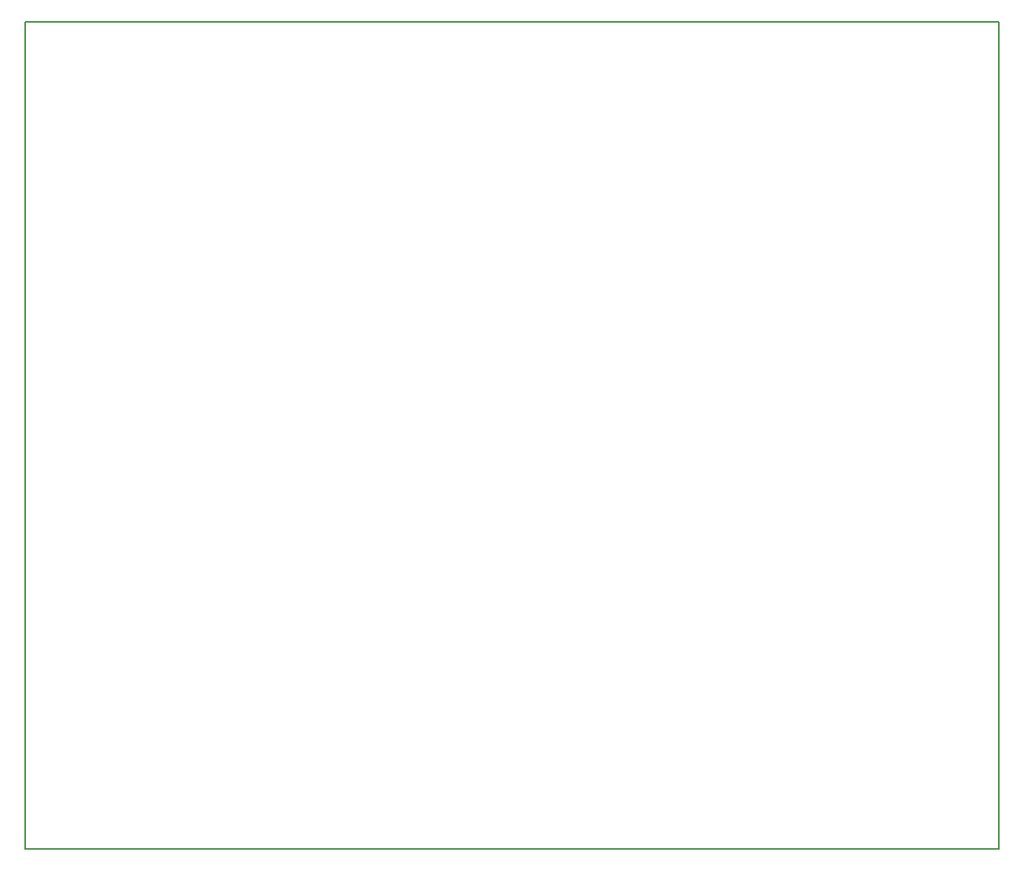
<source format=gbr>
G04 #@! TF.FileFunction,Profile,NP*
%FSLAX46Y46*%
G04 Gerber Fmt 4.6, Leading zero omitted, Abs format (unit mm)*
G04 Created by KiCad (PCBNEW 4.0.4-stable) date Thursday, January 26, 2017 'PMt' 03:27:50 PM*
%MOMM*%
%LPD*%
G01*
G04 APERTURE LIST*
%ADD10C,0.100000*%
%ADD11C,0.150000*%
G04 APERTURE END LIST*
D10*
D11*
X176530000Y-20320000D02*
X173990000Y-20320000D01*
X176530000Y-106680000D02*
X176530000Y-20320000D01*
X74930000Y-106680000D02*
X176530000Y-106680000D01*
X74930000Y-20320000D02*
X74930000Y-106680000D01*
X175260000Y-20320000D02*
X74930000Y-20320000D01*
M02*

</source>
